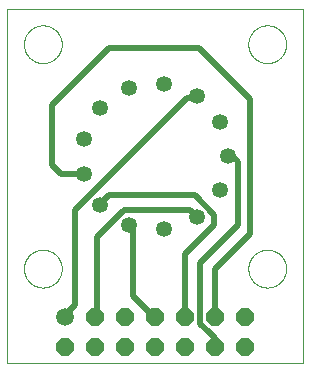
<source format=gtl>
G75*
%MOIN*%
%OFA0B0*%
%FSLAX25Y25*%
%IPPOS*%
%LPD*%
%AMOC8*
5,1,8,0,0,1.08239X$1,22.5*
%
%ADD10C,0.00000*%
%ADD11C,0.05307*%
%ADD12C,0.05937*%
%ADD13OC8,0.05937*%
%ADD14C,0.02000*%
D10*
X0001000Y0010264D02*
X0001000Y0128374D01*
X0099425Y0128374D01*
X0099425Y0010264D01*
X0001000Y0010264D01*
X0006512Y0041760D02*
X0006514Y0041918D01*
X0006520Y0042076D01*
X0006530Y0042234D01*
X0006544Y0042392D01*
X0006562Y0042549D01*
X0006583Y0042706D01*
X0006609Y0042862D01*
X0006639Y0043018D01*
X0006672Y0043173D01*
X0006710Y0043326D01*
X0006751Y0043479D01*
X0006796Y0043631D01*
X0006845Y0043782D01*
X0006898Y0043931D01*
X0006954Y0044079D01*
X0007014Y0044225D01*
X0007078Y0044370D01*
X0007146Y0044513D01*
X0007217Y0044655D01*
X0007291Y0044795D01*
X0007369Y0044932D01*
X0007451Y0045068D01*
X0007535Y0045202D01*
X0007624Y0045333D01*
X0007715Y0045462D01*
X0007810Y0045589D01*
X0007907Y0045714D01*
X0008008Y0045836D01*
X0008112Y0045955D01*
X0008219Y0046072D01*
X0008329Y0046186D01*
X0008442Y0046297D01*
X0008557Y0046406D01*
X0008675Y0046511D01*
X0008796Y0046613D01*
X0008919Y0046713D01*
X0009045Y0046809D01*
X0009173Y0046902D01*
X0009303Y0046992D01*
X0009436Y0047078D01*
X0009571Y0047162D01*
X0009707Y0047241D01*
X0009846Y0047318D01*
X0009987Y0047390D01*
X0010129Y0047460D01*
X0010273Y0047525D01*
X0010419Y0047587D01*
X0010566Y0047645D01*
X0010715Y0047700D01*
X0010865Y0047751D01*
X0011016Y0047798D01*
X0011168Y0047841D01*
X0011321Y0047880D01*
X0011476Y0047916D01*
X0011631Y0047947D01*
X0011787Y0047975D01*
X0011943Y0047999D01*
X0012100Y0048019D01*
X0012258Y0048035D01*
X0012415Y0048047D01*
X0012574Y0048055D01*
X0012732Y0048059D01*
X0012890Y0048059D01*
X0013048Y0048055D01*
X0013207Y0048047D01*
X0013364Y0048035D01*
X0013522Y0048019D01*
X0013679Y0047999D01*
X0013835Y0047975D01*
X0013991Y0047947D01*
X0014146Y0047916D01*
X0014301Y0047880D01*
X0014454Y0047841D01*
X0014606Y0047798D01*
X0014757Y0047751D01*
X0014907Y0047700D01*
X0015056Y0047645D01*
X0015203Y0047587D01*
X0015349Y0047525D01*
X0015493Y0047460D01*
X0015635Y0047390D01*
X0015776Y0047318D01*
X0015915Y0047241D01*
X0016051Y0047162D01*
X0016186Y0047078D01*
X0016319Y0046992D01*
X0016449Y0046902D01*
X0016577Y0046809D01*
X0016703Y0046713D01*
X0016826Y0046613D01*
X0016947Y0046511D01*
X0017065Y0046406D01*
X0017180Y0046297D01*
X0017293Y0046186D01*
X0017403Y0046072D01*
X0017510Y0045955D01*
X0017614Y0045836D01*
X0017715Y0045714D01*
X0017812Y0045589D01*
X0017907Y0045462D01*
X0017998Y0045333D01*
X0018087Y0045202D01*
X0018171Y0045068D01*
X0018253Y0044932D01*
X0018331Y0044795D01*
X0018405Y0044655D01*
X0018476Y0044513D01*
X0018544Y0044370D01*
X0018608Y0044225D01*
X0018668Y0044079D01*
X0018724Y0043931D01*
X0018777Y0043782D01*
X0018826Y0043631D01*
X0018871Y0043479D01*
X0018912Y0043326D01*
X0018950Y0043173D01*
X0018983Y0043018D01*
X0019013Y0042862D01*
X0019039Y0042706D01*
X0019060Y0042549D01*
X0019078Y0042392D01*
X0019092Y0042234D01*
X0019102Y0042076D01*
X0019108Y0041918D01*
X0019110Y0041760D01*
X0019108Y0041602D01*
X0019102Y0041444D01*
X0019092Y0041286D01*
X0019078Y0041128D01*
X0019060Y0040971D01*
X0019039Y0040814D01*
X0019013Y0040658D01*
X0018983Y0040502D01*
X0018950Y0040347D01*
X0018912Y0040194D01*
X0018871Y0040041D01*
X0018826Y0039889D01*
X0018777Y0039738D01*
X0018724Y0039589D01*
X0018668Y0039441D01*
X0018608Y0039295D01*
X0018544Y0039150D01*
X0018476Y0039007D01*
X0018405Y0038865D01*
X0018331Y0038725D01*
X0018253Y0038588D01*
X0018171Y0038452D01*
X0018087Y0038318D01*
X0017998Y0038187D01*
X0017907Y0038058D01*
X0017812Y0037931D01*
X0017715Y0037806D01*
X0017614Y0037684D01*
X0017510Y0037565D01*
X0017403Y0037448D01*
X0017293Y0037334D01*
X0017180Y0037223D01*
X0017065Y0037114D01*
X0016947Y0037009D01*
X0016826Y0036907D01*
X0016703Y0036807D01*
X0016577Y0036711D01*
X0016449Y0036618D01*
X0016319Y0036528D01*
X0016186Y0036442D01*
X0016051Y0036358D01*
X0015915Y0036279D01*
X0015776Y0036202D01*
X0015635Y0036130D01*
X0015493Y0036060D01*
X0015349Y0035995D01*
X0015203Y0035933D01*
X0015056Y0035875D01*
X0014907Y0035820D01*
X0014757Y0035769D01*
X0014606Y0035722D01*
X0014454Y0035679D01*
X0014301Y0035640D01*
X0014146Y0035604D01*
X0013991Y0035573D01*
X0013835Y0035545D01*
X0013679Y0035521D01*
X0013522Y0035501D01*
X0013364Y0035485D01*
X0013207Y0035473D01*
X0013048Y0035465D01*
X0012890Y0035461D01*
X0012732Y0035461D01*
X0012574Y0035465D01*
X0012415Y0035473D01*
X0012258Y0035485D01*
X0012100Y0035501D01*
X0011943Y0035521D01*
X0011787Y0035545D01*
X0011631Y0035573D01*
X0011476Y0035604D01*
X0011321Y0035640D01*
X0011168Y0035679D01*
X0011016Y0035722D01*
X0010865Y0035769D01*
X0010715Y0035820D01*
X0010566Y0035875D01*
X0010419Y0035933D01*
X0010273Y0035995D01*
X0010129Y0036060D01*
X0009987Y0036130D01*
X0009846Y0036202D01*
X0009707Y0036279D01*
X0009571Y0036358D01*
X0009436Y0036442D01*
X0009303Y0036528D01*
X0009173Y0036618D01*
X0009045Y0036711D01*
X0008919Y0036807D01*
X0008796Y0036907D01*
X0008675Y0037009D01*
X0008557Y0037114D01*
X0008442Y0037223D01*
X0008329Y0037334D01*
X0008219Y0037448D01*
X0008112Y0037565D01*
X0008008Y0037684D01*
X0007907Y0037806D01*
X0007810Y0037931D01*
X0007715Y0038058D01*
X0007624Y0038187D01*
X0007535Y0038318D01*
X0007451Y0038452D01*
X0007369Y0038588D01*
X0007291Y0038725D01*
X0007217Y0038865D01*
X0007146Y0039007D01*
X0007078Y0039150D01*
X0007014Y0039295D01*
X0006954Y0039441D01*
X0006898Y0039589D01*
X0006845Y0039738D01*
X0006796Y0039889D01*
X0006751Y0040041D01*
X0006710Y0040194D01*
X0006672Y0040347D01*
X0006639Y0040502D01*
X0006609Y0040658D01*
X0006583Y0040814D01*
X0006562Y0040971D01*
X0006544Y0041128D01*
X0006530Y0041286D01*
X0006520Y0041444D01*
X0006514Y0041602D01*
X0006512Y0041760D01*
X0006512Y0116563D02*
X0006514Y0116721D01*
X0006520Y0116879D01*
X0006530Y0117037D01*
X0006544Y0117195D01*
X0006562Y0117352D01*
X0006583Y0117509D01*
X0006609Y0117665D01*
X0006639Y0117821D01*
X0006672Y0117976D01*
X0006710Y0118129D01*
X0006751Y0118282D01*
X0006796Y0118434D01*
X0006845Y0118585D01*
X0006898Y0118734D01*
X0006954Y0118882D01*
X0007014Y0119028D01*
X0007078Y0119173D01*
X0007146Y0119316D01*
X0007217Y0119458D01*
X0007291Y0119598D01*
X0007369Y0119735D01*
X0007451Y0119871D01*
X0007535Y0120005D01*
X0007624Y0120136D01*
X0007715Y0120265D01*
X0007810Y0120392D01*
X0007907Y0120517D01*
X0008008Y0120639D01*
X0008112Y0120758D01*
X0008219Y0120875D01*
X0008329Y0120989D01*
X0008442Y0121100D01*
X0008557Y0121209D01*
X0008675Y0121314D01*
X0008796Y0121416D01*
X0008919Y0121516D01*
X0009045Y0121612D01*
X0009173Y0121705D01*
X0009303Y0121795D01*
X0009436Y0121881D01*
X0009571Y0121965D01*
X0009707Y0122044D01*
X0009846Y0122121D01*
X0009987Y0122193D01*
X0010129Y0122263D01*
X0010273Y0122328D01*
X0010419Y0122390D01*
X0010566Y0122448D01*
X0010715Y0122503D01*
X0010865Y0122554D01*
X0011016Y0122601D01*
X0011168Y0122644D01*
X0011321Y0122683D01*
X0011476Y0122719D01*
X0011631Y0122750D01*
X0011787Y0122778D01*
X0011943Y0122802D01*
X0012100Y0122822D01*
X0012258Y0122838D01*
X0012415Y0122850D01*
X0012574Y0122858D01*
X0012732Y0122862D01*
X0012890Y0122862D01*
X0013048Y0122858D01*
X0013207Y0122850D01*
X0013364Y0122838D01*
X0013522Y0122822D01*
X0013679Y0122802D01*
X0013835Y0122778D01*
X0013991Y0122750D01*
X0014146Y0122719D01*
X0014301Y0122683D01*
X0014454Y0122644D01*
X0014606Y0122601D01*
X0014757Y0122554D01*
X0014907Y0122503D01*
X0015056Y0122448D01*
X0015203Y0122390D01*
X0015349Y0122328D01*
X0015493Y0122263D01*
X0015635Y0122193D01*
X0015776Y0122121D01*
X0015915Y0122044D01*
X0016051Y0121965D01*
X0016186Y0121881D01*
X0016319Y0121795D01*
X0016449Y0121705D01*
X0016577Y0121612D01*
X0016703Y0121516D01*
X0016826Y0121416D01*
X0016947Y0121314D01*
X0017065Y0121209D01*
X0017180Y0121100D01*
X0017293Y0120989D01*
X0017403Y0120875D01*
X0017510Y0120758D01*
X0017614Y0120639D01*
X0017715Y0120517D01*
X0017812Y0120392D01*
X0017907Y0120265D01*
X0017998Y0120136D01*
X0018087Y0120005D01*
X0018171Y0119871D01*
X0018253Y0119735D01*
X0018331Y0119598D01*
X0018405Y0119458D01*
X0018476Y0119316D01*
X0018544Y0119173D01*
X0018608Y0119028D01*
X0018668Y0118882D01*
X0018724Y0118734D01*
X0018777Y0118585D01*
X0018826Y0118434D01*
X0018871Y0118282D01*
X0018912Y0118129D01*
X0018950Y0117976D01*
X0018983Y0117821D01*
X0019013Y0117665D01*
X0019039Y0117509D01*
X0019060Y0117352D01*
X0019078Y0117195D01*
X0019092Y0117037D01*
X0019102Y0116879D01*
X0019108Y0116721D01*
X0019110Y0116563D01*
X0019108Y0116405D01*
X0019102Y0116247D01*
X0019092Y0116089D01*
X0019078Y0115931D01*
X0019060Y0115774D01*
X0019039Y0115617D01*
X0019013Y0115461D01*
X0018983Y0115305D01*
X0018950Y0115150D01*
X0018912Y0114997D01*
X0018871Y0114844D01*
X0018826Y0114692D01*
X0018777Y0114541D01*
X0018724Y0114392D01*
X0018668Y0114244D01*
X0018608Y0114098D01*
X0018544Y0113953D01*
X0018476Y0113810D01*
X0018405Y0113668D01*
X0018331Y0113528D01*
X0018253Y0113391D01*
X0018171Y0113255D01*
X0018087Y0113121D01*
X0017998Y0112990D01*
X0017907Y0112861D01*
X0017812Y0112734D01*
X0017715Y0112609D01*
X0017614Y0112487D01*
X0017510Y0112368D01*
X0017403Y0112251D01*
X0017293Y0112137D01*
X0017180Y0112026D01*
X0017065Y0111917D01*
X0016947Y0111812D01*
X0016826Y0111710D01*
X0016703Y0111610D01*
X0016577Y0111514D01*
X0016449Y0111421D01*
X0016319Y0111331D01*
X0016186Y0111245D01*
X0016051Y0111161D01*
X0015915Y0111082D01*
X0015776Y0111005D01*
X0015635Y0110933D01*
X0015493Y0110863D01*
X0015349Y0110798D01*
X0015203Y0110736D01*
X0015056Y0110678D01*
X0014907Y0110623D01*
X0014757Y0110572D01*
X0014606Y0110525D01*
X0014454Y0110482D01*
X0014301Y0110443D01*
X0014146Y0110407D01*
X0013991Y0110376D01*
X0013835Y0110348D01*
X0013679Y0110324D01*
X0013522Y0110304D01*
X0013364Y0110288D01*
X0013207Y0110276D01*
X0013048Y0110268D01*
X0012890Y0110264D01*
X0012732Y0110264D01*
X0012574Y0110268D01*
X0012415Y0110276D01*
X0012258Y0110288D01*
X0012100Y0110304D01*
X0011943Y0110324D01*
X0011787Y0110348D01*
X0011631Y0110376D01*
X0011476Y0110407D01*
X0011321Y0110443D01*
X0011168Y0110482D01*
X0011016Y0110525D01*
X0010865Y0110572D01*
X0010715Y0110623D01*
X0010566Y0110678D01*
X0010419Y0110736D01*
X0010273Y0110798D01*
X0010129Y0110863D01*
X0009987Y0110933D01*
X0009846Y0111005D01*
X0009707Y0111082D01*
X0009571Y0111161D01*
X0009436Y0111245D01*
X0009303Y0111331D01*
X0009173Y0111421D01*
X0009045Y0111514D01*
X0008919Y0111610D01*
X0008796Y0111710D01*
X0008675Y0111812D01*
X0008557Y0111917D01*
X0008442Y0112026D01*
X0008329Y0112137D01*
X0008219Y0112251D01*
X0008112Y0112368D01*
X0008008Y0112487D01*
X0007907Y0112609D01*
X0007810Y0112734D01*
X0007715Y0112861D01*
X0007624Y0112990D01*
X0007535Y0113121D01*
X0007451Y0113255D01*
X0007369Y0113391D01*
X0007291Y0113528D01*
X0007217Y0113668D01*
X0007146Y0113810D01*
X0007078Y0113953D01*
X0007014Y0114098D01*
X0006954Y0114244D01*
X0006898Y0114392D01*
X0006845Y0114541D01*
X0006796Y0114692D01*
X0006751Y0114844D01*
X0006710Y0114997D01*
X0006672Y0115150D01*
X0006639Y0115305D01*
X0006609Y0115461D01*
X0006583Y0115617D01*
X0006562Y0115774D01*
X0006544Y0115931D01*
X0006530Y0116089D01*
X0006520Y0116247D01*
X0006514Y0116405D01*
X0006512Y0116563D01*
X0081315Y0116563D02*
X0081317Y0116721D01*
X0081323Y0116879D01*
X0081333Y0117037D01*
X0081347Y0117195D01*
X0081365Y0117352D01*
X0081386Y0117509D01*
X0081412Y0117665D01*
X0081442Y0117821D01*
X0081475Y0117976D01*
X0081513Y0118129D01*
X0081554Y0118282D01*
X0081599Y0118434D01*
X0081648Y0118585D01*
X0081701Y0118734D01*
X0081757Y0118882D01*
X0081817Y0119028D01*
X0081881Y0119173D01*
X0081949Y0119316D01*
X0082020Y0119458D01*
X0082094Y0119598D01*
X0082172Y0119735D01*
X0082254Y0119871D01*
X0082338Y0120005D01*
X0082427Y0120136D01*
X0082518Y0120265D01*
X0082613Y0120392D01*
X0082710Y0120517D01*
X0082811Y0120639D01*
X0082915Y0120758D01*
X0083022Y0120875D01*
X0083132Y0120989D01*
X0083245Y0121100D01*
X0083360Y0121209D01*
X0083478Y0121314D01*
X0083599Y0121416D01*
X0083722Y0121516D01*
X0083848Y0121612D01*
X0083976Y0121705D01*
X0084106Y0121795D01*
X0084239Y0121881D01*
X0084374Y0121965D01*
X0084510Y0122044D01*
X0084649Y0122121D01*
X0084790Y0122193D01*
X0084932Y0122263D01*
X0085076Y0122328D01*
X0085222Y0122390D01*
X0085369Y0122448D01*
X0085518Y0122503D01*
X0085668Y0122554D01*
X0085819Y0122601D01*
X0085971Y0122644D01*
X0086124Y0122683D01*
X0086279Y0122719D01*
X0086434Y0122750D01*
X0086590Y0122778D01*
X0086746Y0122802D01*
X0086903Y0122822D01*
X0087061Y0122838D01*
X0087218Y0122850D01*
X0087377Y0122858D01*
X0087535Y0122862D01*
X0087693Y0122862D01*
X0087851Y0122858D01*
X0088010Y0122850D01*
X0088167Y0122838D01*
X0088325Y0122822D01*
X0088482Y0122802D01*
X0088638Y0122778D01*
X0088794Y0122750D01*
X0088949Y0122719D01*
X0089104Y0122683D01*
X0089257Y0122644D01*
X0089409Y0122601D01*
X0089560Y0122554D01*
X0089710Y0122503D01*
X0089859Y0122448D01*
X0090006Y0122390D01*
X0090152Y0122328D01*
X0090296Y0122263D01*
X0090438Y0122193D01*
X0090579Y0122121D01*
X0090718Y0122044D01*
X0090854Y0121965D01*
X0090989Y0121881D01*
X0091122Y0121795D01*
X0091252Y0121705D01*
X0091380Y0121612D01*
X0091506Y0121516D01*
X0091629Y0121416D01*
X0091750Y0121314D01*
X0091868Y0121209D01*
X0091983Y0121100D01*
X0092096Y0120989D01*
X0092206Y0120875D01*
X0092313Y0120758D01*
X0092417Y0120639D01*
X0092518Y0120517D01*
X0092615Y0120392D01*
X0092710Y0120265D01*
X0092801Y0120136D01*
X0092890Y0120005D01*
X0092974Y0119871D01*
X0093056Y0119735D01*
X0093134Y0119598D01*
X0093208Y0119458D01*
X0093279Y0119316D01*
X0093347Y0119173D01*
X0093411Y0119028D01*
X0093471Y0118882D01*
X0093527Y0118734D01*
X0093580Y0118585D01*
X0093629Y0118434D01*
X0093674Y0118282D01*
X0093715Y0118129D01*
X0093753Y0117976D01*
X0093786Y0117821D01*
X0093816Y0117665D01*
X0093842Y0117509D01*
X0093863Y0117352D01*
X0093881Y0117195D01*
X0093895Y0117037D01*
X0093905Y0116879D01*
X0093911Y0116721D01*
X0093913Y0116563D01*
X0093911Y0116405D01*
X0093905Y0116247D01*
X0093895Y0116089D01*
X0093881Y0115931D01*
X0093863Y0115774D01*
X0093842Y0115617D01*
X0093816Y0115461D01*
X0093786Y0115305D01*
X0093753Y0115150D01*
X0093715Y0114997D01*
X0093674Y0114844D01*
X0093629Y0114692D01*
X0093580Y0114541D01*
X0093527Y0114392D01*
X0093471Y0114244D01*
X0093411Y0114098D01*
X0093347Y0113953D01*
X0093279Y0113810D01*
X0093208Y0113668D01*
X0093134Y0113528D01*
X0093056Y0113391D01*
X0092974Y0113255D01*
X0092890Y0113121D01*
X0092801Y0112990D01*
X0092710Y0112861D01*
X0092615Y0112734D01*
X0092518Y0112609D01*
X0092417Y0112487D01*
X0092313Y0112368D01*
X0092206Y0112251D01*
X0092096Y0112137D01*
X0091983Y0112026D01*
X0091868Y0111917D01*
X0091750Y0111812D01*
X0091629Y0111710D01*
X0091506Y0111610D01*
X0091380Y0111514D01*
X0091252Y0111421D01*
X0091122Y0111331D01*
X0090989Y0111245D01*
X0090854Y0111161D01*
X0090718Y0111082D01*
X0090579Y0111005D01*
X0090438Y0110933D01*
X0090296Y0110863D01*
X0090152Y0110798D01*
X0090006Y0110736D01*
X0089859Y0110678D01*
X0089710Y0110623D01*
X0089560Y0110572D01*
X0089409Y0110525D01*
X0089257Y0110482D01*
X0089104Y0110443D01*
X0088949Y0110407D01*
X0088794Y0110376D01*
X0088638Y0110348D01*
X0088482Y0110324D01*
X0088325Y0110304D01*
X0088167Y0110288D01*
X0088010Y0110276D01*
X0087851Y0110268D01*
X0087693Y0110264D01*
X0087535Y0110264D01*
X0087377Y0110268D01*
X0087218Y0110276D01*
X0087061Y0110288D01*
X0086903Y0110304D01*
X0086746Y0110324D01*
X0086590Y0110348D01*
X0086434Y0110376D01*
X0086279Y0110407D01*
X0086124Y0110443D01*
X0085971Y0110482D01*
X0085819Y0110525D01*
X0085668Y0110572D01*
X0085518Y0110623D01*
X0085369Y0110678D01*
X0085222Y0110736D01*
X0085076Y0110798D01*
X0084932Y0110863D01*
X0084790Y0110933D01*
X0084649Y0111005D01*
X0084510Y0111082D01*
X0084374Y0111161D01*
X0084239Y0111245D01*
X0084106Y0111331D01*
X0083976Y0111421D01*
X0083848Y0111514D01*
X0083722Y0111610D01*
X0083599Y0111710D01*
X0083478Y0111812D01*
X0083360Y0111917D01*
X0083245Y0112026D01*
X0083132Y0112137D01*
X0083022Y0112251D01*
X0082915Y0112368D01*
X0082811Y0112487D01*
X0082710Y0112609D01*
X0082613Y0112734D01*
X0082518Y0112861D01*
X0082427Y0112990D01*
X0082338Y0113121D01*
X0082254Y0113255D01*
X0082172Y0113391D01*
X0082094Y0113528D01*
X0082020Y0113668D01*
X0081949Y0113810D01*
X0081881Y0113953D01*
X0081817Y0114098D01*
X0081757Y0114244D01*
X0081701Y0114392D01*
X0081648Y0114541D01*
X0081599Y0114692D01*
X0081554Y0114844D01*
X0081513Y0114997D01*
X0081475Y0115150D01*
X0081442Y0115305D01*
X0081412Y0115461D01*
X0081386Y0115617D01*
X0081365Y0115774D01*
X0081347Y0115931D01*
X0081333Y0116089D01*
X0081323Y0116247D01*
X0081317Y0116405D01*
X0081315Y0116563D01*
X0081315Y0041760D02*
X0081317Y0041918D01*
X0081323Y0042076D01*
X0081333Y0042234D01*
X0081347Y0042392D01*
X0081365Y0042549D01*
X0081386Y0042706D01*
X0081412Y0042862D01*
X0081442Y0043018D01*
X0081475Y0043173D01*
X0081513Y0043326D01*
X0081554Y0043479D01*
X0081599Y0043631D01*
X0081648Y0043782D01*
X0081701Y0043931D01*
X0081757Y0044079D01*
X0081817Y0044225D01*
X0081881Y0044370D01*
X0081949Y0044513D01*
X0082020Y0044655D01*
X0082094Y0044795D01*
X0082172Y0044932D01*
X0082254Y0045068D01*
X0082338Y0045202D01*
X0082427Y0045333D01*
X0082518Y0045462D01*
X0082613Y0045589D01*
X0082710Y0045714D01*
X0082811Y0045836D01*
X0082915Y0045955D01*
X0083022Y0046072D01*
X0083132Y0046186D01*
X0083245Y0046297D01*
X0083360Y0046406D01*
X0083478Y0046511D01*
X0083599Y0046613D01*
X0083722Y0046713D01*
X0083848Y0046809D01*
X0083976Y0046902D01*
X0084106Y0046992D01*
X0084239Y0047078D01*
X0084374Y0047162D01*
X0084510Y0047241D01*
X0084649Y0047318D01*
X0084790Y0047390D01*
X0084932Y0047460D01*
X0085076Y0047525D01*
X0085222Y0047587D01*
X0085369Y0047645D01*
X0085518Y0047700D01*
X0085668Y0047751D01*
X0085819Y0047798D01*
X0085971Y0047841D01*
X0086124Y0047880D01*
X0086279Y0047916D01*
X0086434Y0047947D01*
X0086590Y0047975D01*
X0086746Y0047999D01*
X0086903Y0048019D01*
X0087061Y0048035D01*
X0087218Y0048047D01*
X0087377Y0048055D01*
X0087535Y0048059D01*
X0087693Y0048059D01*
X0087851Y0048055D01*
X0088010Y0048047D01*
X0088167Y0048035D01*
X0088325Y0048019D01*
X0088482Y0047999D01*
X0088638Y0047975D01*
X0088794Y0047947D01*
X0088949Y0047916D01*
X0089104Y0047880D01*
X0089257Y0047841D01*
X0089409Y0047798D01*
X0089560Y0047751D01*
X0089710Y0047700D01*
X0089859Y0047645D01*
X0090006Y0047587D01*
X0090152Y0047525D01*
X0090296Y0047460D01*
X0090438Y0047390D01*
X0090579Y0047318D01*
X0090718Y0047241D01*
X0090854Y0047162D01*
X0090989Y0047078D01*
X0091122Y0046992D01*
X0091252Y0046902D01*
X0091380Y0046809D01*
X0091506Y0046713D01*
X0091629Y0046613D01*
X0091750Y0046511D01*
X0091868Y0046406D01*
X0091983Y0046297D01*
X0092096Y0046186D01*
X0092206Y0046072D01*
X0092313Y0045955D01*
X0092417Y0045836D01*
X0092518Y0045714D01*
X0092615Y0045589D01*
X0092710Y0045462D01*
X0092801Y0045333D01*
X0092890Y0045202D01*
X0092974Y0045068D01*
X0093056Y0044932D01*
X0093134Y0044795D01*
X0093208Y0044655D01*
X0093279Y0044513D01*
X0093347Y0044370D01*
X0093411Y0044225D01*
X0093471Y0044079D01*
X0093527Y0043931D01*
X0093580Y0043782D01*
X0093629Y0043631D01*
X0093674Y0043479D01*
X0093715Y0043326D01*
X0093753Y0043173D01*
X0093786Y0043018D01*
X0093816Y0042862D01*
X0093842Y0042706D01*
X0093863Y0042549D01*
X0093881Y0042392D01*
X0093895Y0042234D01*
X0093905Y0042076D01*
X0093911Y0041918D01*
X0093913Y0041760D01*
X0093911Y0041602D01*
X0093905Y0041444D01*
X0093895Y0041286D01*
X0093881Y0041128D01*
X0093863Y0040971D01*
X0093842Y0040814D01*
X0093816Y0040658D01*
X0093786Y0040502D01*
X0093753Y0040347D01*
X0093715Y0040194D01*
X0093674Y0040041D01*
X0093629Y0039889D01*
X0093580Y0039738D01*
X0093527Y0039589D01*
X0093471Y0039441D01*
X0093411Y0039295D01*
X0093347Y0039150D01*
X0093279Y0039007D01*
X0093208Y0038865D01*
X0093134Y0038725D01*
X0093056Y0038588D01*
X0092974Y0038452D01*
X0092890Y0038318D01*
X0092801Y0038187D01*
X0092710Y0038058D01*
X0092615Y0037931D01*
X0092518Y0037806D01*
X0092417Y0037684D01*
X0092313Y0037565D01*
X0092206Y0037448D01*
X0092096Y0037334D01*
X0091983Y0037223D01*
X0091868Y0037114D01*
X0091750Y0037009D01*
X0091629Y0036907D01*
X0091506Y0036807D01*
X0091380Y0036711D01*
X0091252Y0036618D01*
X0091122Y0036528D01*
X0090989Y0036442D01*
X0090854Y0036358D01*
X0090718Y0036279D01*
X0090579Y0036202D01*
X0090438Y0036130D01*
X0090296Y0036060D01*
X0090152Y0035995D01*
X0090006Y0035933D01*
X0089859Y0035875D01*
X0089710Y0035820D01*
X0089560Y0035769D01*
X0089409Y0035722D01*
X0089257Y0035679D01*
X0089104Y0035640D01*
X0088949Y0035604D01*
X0088794Y0035573D01*
X0088638Y0035545D01*
X0088482Y0035521D01*
X0088325Y0035501D01*
X0088167Y0035485D01*
X0088010Y0035473D01*
X0087851Y0035465D01*
X0087693Y0035461D01*
X0087535Y0035461D01*
X0087377Y0035465D01*
X0087218Y0035473D01*
X0087061Y0035485D01*
X0086903Y0035501D01*
X0086746Y0035521D01*
X0086590Y0035545D01*
X0086434Y0035573D01*
X0086279Y0035604D01*
X0086124Y0035640D01*
X0085971Y0035679D01*
X0085819Y0035722D01*
X0085668Y0035769D01*
X0085518Y0035820D01*
X0085369Y0035875D01*
X0085222Y0035933D01*
X0085076Y0035995D01*
X0084932Y0036060D01*
X0084790Y0036130D01*
X0084649Y0036202D01*
X0084510Y0036279D01*
X0084374Y0036358D01*
X0084239Y0036442D01*
X0084106Y0036528D01*
X0083976Y0036618D01*
X0083848Y0036711D01*
X0083722Y0036807D01*
X0083599Y0036907D01*
X0083478Y0037009D01*
X0083360Y0037114D01*
X0083245Y0037223D01*
X0083132Y0037334D01*
X0083022Y0037448D01*
X0082915Y0037565D01*
X0082811Y0037684D01*
X0082710Y0037806D01*
X0082613Y0037931D01*
X0082518Y0038058D01*
X0082427Y0038187D01*
X0082338Y0038318D01*
X0082254Y0038452D01*
X0082172Y0038588D01*
X0082094Y0038725D01*
X0082020Y0038865D01*
X0081949Y0039007D01*
X0081881Y0039150D01*
X0081817Y0039295D01*
X0081757Y0039441D01*
X0081701Y0039589D01*
X0081648Y0039738D01*
X0081599Y0039889D01*
X0081554Y0040041D01*
X0081513Y0040194D01*
X0081475Y0040347D01*
X0081442Y0040502D01*
X0081412Y0040658D01*
X0081386Y0040814D01*
X0081365Y0040971D01*
X0081347Y0041128D01*
X0081333Y0041286D01*
X0081323Y0041444D01*
X0081317Y0041602D01*
X0081315Y0041760D01*
D11*
X0064056Y0059106D03*
X0071791Y0067836D03*
X0074582Y0079161D03*
X0071791Y0090487D03*
X0064056Y0099217D03*
X0053150Y0103354D03*
X0041571Y0101948D03*
X0031972Y0095322D03*
X0026551Y0084993D03*
X0026551Y0073330D03*
X0031972Y0063001D03*
X0041571Y0056375D03*
X0053150Y0054969D03*
D12*
X0020213Y0025500D03*
D13*
X0020213Y0015500D03*
X0030213Y0015500D03*
X0030213Y0025500D03*
X0040213Y0025500D03*
X0040213Y0015500D03*
X0050213Y0015500D03*
X0050213Y0025500D03*
X0060213Y0025500D03*
X0060213Y0015500D03*
X0070213Y0015500D03*
X0070213Y0025500D03*
X0080213Y0025500D03*
X0080213Y0015500D03*
D14*
X0070213Y0015500D02*
X0070213Y0018496D01*
X0068177Y0020531D01*
X0068155Y0020531D01*
X0065244Y0023442D01*
X0065244Y0043508D01*
X0078000Y0056264D01*
X0078000Y0077264D01*
X0076102Y0079161D01*
X0074582Y0079161D01*
X0063500Y0066264D02*
X0070000Y0059764D01*
X0070000Y0056264D01*
X0060213Y0046476D01*
X0060213Y0025500D01*
X0050213Y0025500D02*
X0049000Y0026764D01*
X0043000Y0032764D01*
X0043000Y0055264D01*
X0041571Y0056375D01*
X0039765Y0061029D02*
X0039643Y0061029D01*
X0031000Y0052385D01*
X0031000Y0026764D01*
X0030213Y0025500D01*
X0023500Y0029764D02*
X0020500Y0026764D01*
X0020213Y0025500D01*
X0023500Y0029764D02*
X0023500Y0061264D01*
X0061000Y0098764D01*
X0064000Y0098764D01*
X0064056Y0099217D01*
X0065000Y0115264D02*
X0082000Y0098264D01*
X0082000Y0053264D01*
X0070213Y0041476D01*
X0070213Y0025500D01*
X0064056Y0059106D02*
X0064056Y0059207D01*
X0062000Y0061264D01*
X0040000Y0061264D01*
X0039765Y0061029D01*
X0035000Y0066264D02*
X0031972Y0063235D01*
X0031972Y0063001D01*
X0035000Y0066264D02*
X0063500Y0066264D01*
X0026551Y0073330D02*
X0018934Y0073330D01*
X0016000Y0076264D01*
X0016000Y0096264D01*
X0035000Y0115264D01*
X0065000Y0115264D01*
M02*

</source>
